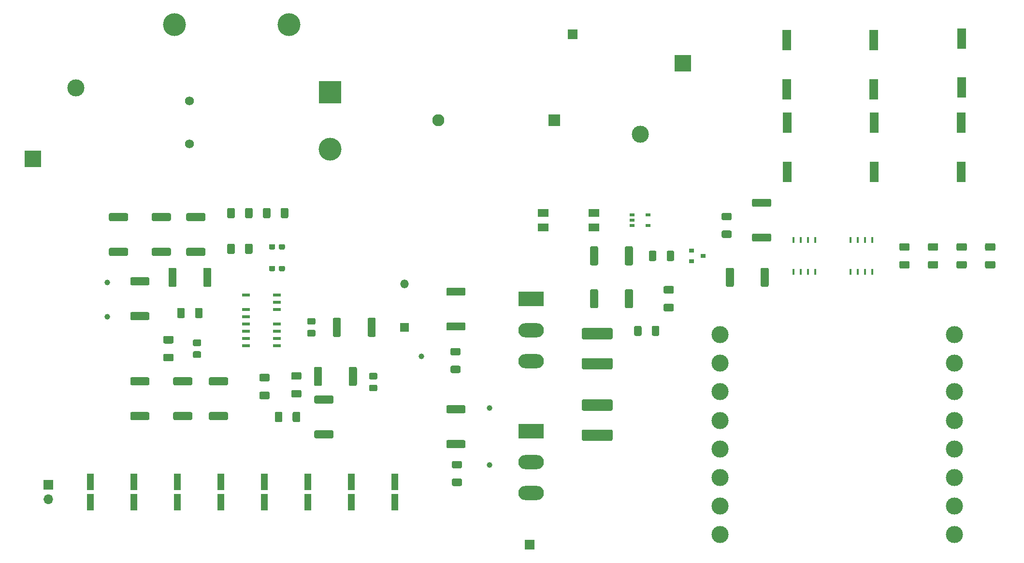
<source format=gbr>
%TF.GenerationSoftware,KiCad,Pcbnew,(5.1.8)-1*%
%TF.CreationDate,2021-03-29T19:48:26-07:00*%
%TF.ProjectId,KiCAD Simulations,4b694341-4420-4536-996d-756c6174696f,rev?*%
%TF.SameCoordinates,Original*%
%TF.FileFunction,Soldermask,Top*%
%TF.FilePolarity,Negative*%
%FSLAX46Y46*%
G04 Gerber Fmt 4.6, Leading zero omitted, Abs format (unit mm)*
G04 Created by KiCad (PCBNEW (5.1.8)-1) date 2021-03-29 19:48:26*
%MOMM*%
%LPD*%
G01*
G04 APERTURE LIST*
%ADD10C,1.000000*%
%ADD11R,1.700000X1.700000*%
%ADD12R,0.458000X1.112799*%
%ADD13C,3.000000*%
%ADD14R,3.000000X3.000000*%
%ADD15R,0.972299X0.508000*%
%ADD16R,1.454899X0.558000*%
%ADD17C,4.000000*%
%ADD18R,1.842999X1.447000*%
%ADD19O,4.500000X2.500000*%
%ADD20R,4.500000X2.500000*%
%ADD21C,2.108200*%
%ADD22R,2.108200X2.108200*%
%ADD23O,1.700000X1.700000*%
%ADD24R,0.900000X0.800000*%
%ADD25O,1.500000X1.500000*%
%ADD26R,1.500000X1.500000*%
%ADD27R,1.212799X2.990799*%
%ADD28C,1.574800*%
%ADD29R,1.492199X3.600399*%
%ADD30R,4.000000X4.000000*%
G04 APERTURE END LIST*
%TO.C,Rlimit1*%
G36*
G01*
X181875000Y-77400000D02*
X183125000Y-77400000D01*
G75*
G02*
X183375000Y-77650000I0J-250000D01*
G01*
X183375000Y-78450000D01*
G75*
G02*
X183125000Y-78700000I-250000J0D01*
G01*
X181875000Y-78700000D01*
G75*
G02*
X181625000Y-78450000I0J250000D01*
G01*
X181625000Y-77650000D01*
G75*
G02*
X181875000Y-77400000I250000J0D01*
G01*
G37*
G36*
G01*
X181875000Y-74300000D02*
X183125000Y-74300000D01*
G75*
G02*
X183375000Y-74550000I0J-250000D01*
G01*
X183375000Y-75350000D01*
G75*
G02*
X183125000Y-75600000I-250000J0D01*
G01*
X181875000Y-75600000D01*
G75*
G02*
X181625000Y-75350000I0J250000D01*
G01*
X181625000Y-74550000D01*
G75*
G02*
X181875000Y-74300000I250000J0D01*
G01*
G37*
%TD*%
%TO.C,Rdrv2*%
G36*
G01*
X134625000Y-120900000D02*
X135875000Y-120900000D01*
G75*
G02*
X136125000Y-121150000I0J-250000D01*
G01*
X136125000Y-121950000D01*
G75*
G02*
X135875000Y-122200000I-250000J0D01*
G01*
X134625000Y-122200000D01*
G75*
G02*
X134375000Y-121950000I0J250000D01*
G01*
X134375000Y-121150000D01*
G75*
G02*
X134625000Y-120900000I250000J0D01*
G01*
G37*
G36*
G01*
X134625000Y-117800000D02*
X135875000Y-117800000D01*
G75*
G02*
X136125000Y-118050000I0J-250000D01*
G01*
X136125000Y-118850000D01*
G75*
G02*
X135875000Y-119100000I-250000J0D01*
G01*
X134625000Y-119100000D01*
G75*
G02*
X134375000Y-118850000I0J250000D01*
G01*
X134375000Y-118050000D01*
G75*
G02*
X134625000Y-117800000I250000J0D01*
G01*
G37*
%TD*%
%TO.C,Rdrv1*%
G36*
G01*
X134375000Y-101100000D02*
X135625000Y-101100000D01*
G75*
G02*
X135875000Y-101350000I0J-250000D01*
G01*
X135875000Y-102150000D01*
G75*
G02*
X135625000Y-102400000I-250000J0D01*
G01*
X134375000Y-102400000D01*
G75*
G02*
X134125000Y-102150000I0J250000D01*
G01*
X134125000Y-101350000D01*
G75*
G02*
X134375000Y-101100000I250000J0D01*
G01*
G37*
G36*
G01*
X134375000Y-98000000D02*
X135625000Y-98000000D01*
G75*
G02*
X135875000Y-98250000I0J-250000D01*
G01*
X135875000Y-99050000D01*
G75*
G02*
X135625000Y-99300000I-250000J0D01*
G01*
X134375000Y-99300000D01*
G75*
G02*
X134125000Y-99050000I0J250000D01*
G01*
X134125000Y-98250000D01*
G75*
G02*
X134375000Y-98000000I250000J0D01*
G01*
G37*
%TD*%
%TO.C,Rcomp2*%
G36*
G01*
X167600000Y-94375000D02*
X167600000Y-95625000D01*
G75*
G02*
X167350000Y-95875000I-250000J0D01*
G01*
X166550000Y-95875000D01*
G75*
G02*
X166300000Y-95625000I0J250000D01*
G01*
X166300000Y-94375000D01*
G75*
G02*
X166550000Y-94125000I250000J0D01*
G01*
X167350000Y-94125000D01*
G75*
G02*
X167600000Y-94375000I0J-250000D01*
G01*
G37*
G36*
G01*
X170700000Y-94375000D02*
X170700000Y-95625000D01*
G75*
G02*
X170450000Y-95875000I-250000J0D01*
G01*
X169650000Y-95875000D01*
G75*
G02*
X169400000Y-95625000I0J250000D01*
G01*
X169400000Y-94375000D01*
G75*
G02*
X169650000Y-94125000I250000J0D01*
G01*
X170450000Y-94125000D01*
G75*
G02*
X170700000Y-94375000I0J-250000D01*
G01*
G37*
%TD*%
D10*
%TO.C,TPlo1*%
X141000000Y-108500000D03*
%TD*%
D11*
%TO.C,TPisoGND1*%
X155500000Y-43000000D03*
%TD*%
D10*
%TO.C,TPisns1*%
X74000000Y-92500000D03*
%TD*%
%TO.C,TPhs1*%
X141000000Y-118500000D03*
%TD*%
%TO.C,TPho1*%
X129000000Y-99500000D03*
%TD*%
D11*
%TO.C,TPgnd6*%
X148000000Y-132500000D03*
%TD*%
D10*
%TO.C,TPblk1*%
X74000000Y-86500000D03*
%TD*%
D12*
%TO.C,Dsec2*%
X204243000Y-84665000D03*
X205513000Y-84665000D03*
X206783000Y-84665000D03*
X208053000Y-84665000D03*
X208053000Y-79031000D03*
X206783000Y-79031000D03*
X205513000Y-79031000D03*
X204243000Y-79031000D03*
%TD*%
%TO.C,Dsec1*%
X194227000Y-79031000D03*
X195497000Y-79031000D03*
X196767000Y-79031000D03*
X198037000Y-79031000D03*
X198037000Y-84665000D03*
X196767000Y-84665000D03*
X195497000Y-84665000D03*
X194227000Y-84665000D03*
%TD*%
D13*
%TO.C,J4*%
X68466000Y-52360000D03*
D14*
X60966000Y-64860000D03*
%TD*%
D13*
%TO.C,TR1*%
X181382000Y-130684000D03*
X181382000Y-125684000D03*
X181382000Y-120684000D03*
X181382000Y-115684000D03*
X181382000Y-110684000D03*
X181382000Y-105684000D03*
X181382000Y-100684000D03*
X181382000Y-95684000D03*
X222392000Y-95684000D03*
X222392000Y-100684000D03*
X222392000Y-105684000D03*
X222392000Y-110684000D03*
X222392000Y-115684000D03*
X222392000Y-120684000D03*
X222392000Y-125684000D03*
X222392000Y-130684000D03*
%TD*%
D15*
%TO.C,VR1*%
X168698451Y-74637999D03*
X168698451Y-76538001D03*
X165973549Y-76538001D03*
X165973549Y-75588000D03*
X165973549Y-74637999D03*
%TD*%
D16*
%TO.C,U1LLC1*%
X103701348Y-88671000D03*
X103701348Y-89941000D03*
X103701348Y-91211000D03*
X103701348Y-93751000D03*
X103701348Y-95021000D03*
X103701348Y-96291000D03*
X103701348Y-97561000D03*
X98258652Y-97561000D03*
X98258652Y-96291000D03*
X98258652Y-95021000D03*
X98258652Y-93751000D03*
X98258652Y-92481000D03*
X98258652Y-91211000D03*
X98258652Y-88671000D03*
%TD*%
D17*
%TO.C,TPpfc1*%
X85796000Y-41296000D03*
%TD*%
%TO.C,TPllc1*%
X105796000Y-41296000D03*
%TD*%
%TO.C,Rvcc2*%
G36*
G01*
X110514999Y-112440000D02*
X113365001Y-112440000D01*
G75*
G02*
X113615000Y-112689999I0J-249999D01*
G01*
X113615000Y-113590001D01*
G75*
G02*
X113365001Y-113840000I-249999J0D01*
G01*
X110514999Y-113840000D01*
G75*
G02*
X110265000Y-113590001I0J249999D01*
G01*
X110265000Y-112689999D01*
G75*
G02*
X110514999Y-112440000I249999J0D01*
G01*
G37*
G36*
G01*
X110514999Y-106340000D02*
X113365001Y-106340000D01*
G75*
G02*
X113615000Y-106589999I0J-249999D01*
G01*
X113615000Y-107490001D01*
G75*
G02*
X113365001Y-107740000I-249999J0D01*
G01*
X110514999Y-107740000D01*
G75*
G02*
X110265000Y-107490001I0J249999D01*
G01*
X110265000Y-106589999D01*
G75*
G02*
X110514999Y-106340000I249999J0D01*
G01*
G37*
%TD*%
%TO.C,Rvcc1*%
G36*
G01*
X111622000Y-101552999D02*
X111622000Y-104403001D01*
G75*
G02*
X111372001Y-104653000I-249999J0D01*
G01*
X110471999Y-104653000D01*
G75*
G02*
X110222000Y-104403001I0J249999D01*
G01*
X110222000Y-101552999D01*
G75*
G02*
X110471999Y-101303000I249999J0D01*
G01*
X111372001Y-101303000D01*
G75*
G02*
X111622000Y-101552999I0J-249999D01*
G01*
G37*
G36*
G01*
X117722000Y-101552999D02*
X117722000Y-104403001D01*
G75*
G02*
X117472001Y-104653000I-249999J0D01*
G01*
X116571999Y-104653000D01*
G75*
G02*
X116322000Y-104403001I0J249999D01*
G01*
X116322000Y-101552999D01*
G75*
G02*
X116571999Y-101303000I249999J0D01*
G01*
X117472001Y-101303000D01*
G75*
G02*
X117722000Y-101552999I0J-249999D01*
G01*
G37*
%TD*%
%TO.C,Rlo1*%
G36*
G01*
X133644999Y-114148000D02*
X136495001Y-114148000D01*
G75*
G02*
X136745000Y-114397999I0J-249999D01*
G01*
X136745000Y-115298001D01*
G75*
G02*
X136495001Y-115548000I-249999J0D01*
G01*
X133644999Y-115548000D01*
G75*
G02*
X133395000Y-115298001I0J249999D01*
G01*
X133395000Y-114397999D01*
G75*
G02*
X133644999Y-114148000I249999J0D01*
G01*
G37*
G36*
G01*
X133644999Y-108048000D02*
X136495001Y-108048000D01*
G75*
G02*
X136745000Y-108297999I0J-249999D01*
G01*
X136745000Y-109198001D01*
G75*
G02*
X136495001Y-109448000I-249999J0D01*
G01*
X133644999Y-109448000D01*
G75*
G02*
X133395000Y-109198001I0J249999D01*
G01*
X133395000Y-108297999D01*
G75*
G02*
X133644999Y-108048000I249999J0D01*
G01*
G37*
%TD*%
%TO.C,Rled1*%
G36*
G01*
X159978000Y-80422999D02*
X159978000Y-83273001D01*
G75*
G02*
X159728001Y-83523000I-249999J0D01*
G01*
X158827999Y-83523000D01*
G75*
G02*
X158578000Y-83273001I0J249999D01*
G01*
X158578000Y-80422999D01*
G75*
G02*
X158827999Y-80173000I249999J0D01*
G01*
X159728001Y-80173000D01*
G75*
G02*
X159978000Y-80422999I0J-249999D01*
G01*
G37*
G36*
G01*
X166078000Y-80422999D02*
X166078000Y-83273001D01*
G75*
G02*
X165828001Y-83523000I-249999J0D01*
G01*
X164927999Y-83523000D01*
G75*
G02*
X164678000Y-83273001I0J249999D01*
G01*
X164678000Y-80422999D01*
G75*
G02*
X164927999Y-80173000I249999J0D01*
G01*
X165828001Y-80173000D01*
G75*
G02*
X166078000Y-80422999I0J-249999D01*
G01*
G37*
%TD*%
%TO.C,Risns1*%
G36*
G01*
X81121001Y-87010000D02*
X78270999Y-87010000D01*
G75*
G02*
X78021000Y-86760001I0J249999D01*
G01*
X78021000Y-85859999D01*
G75*
G02*
X78270999Y-85610000I249999J0D01*
G01*
X81121001Y-85610000D01*
G75*
G02*
X81371000Y-85859999I0J-249999D01*
G01*
X81371000Y-86760001D01*
G75*
G02*
X81121001Y-87010000I-249999J0D01*
G01*
G37*
G36*
G01*
X81121001Y-93110000D02*
X78270999Y-93110000D01*
G75*
G02*
X78021000Y-92860001I0J249999D01*
G01*
X78021000Y-91959999D01*
G75*
G02*
X78270999Y-91710000I249999J0D01*
G01*
X81121001Y-91710000D01*
G75*
G02*
X81371000Y-91959999I0J-249999D01*
G01*
X81371000Y-92860001D01*
G75*
G02*
X81121001Y-93110000I-249999J0D01*
G01*
G37*
%TD*%
%TO.C,Rho1*%
G36*
G01*
X133644999Y-93532000D02*
X136495001Y-93532000D01*
G75*
G02*
X136745000Y-93781999I0J-249999D01*
G01*
X136745000Y-94682001D01*
G75*
G02*
X136495001Y-94932000I-249999J0D01*
G01*
X133644999Y-94932000D01*
G75*
G02*
X133395000Y-94682001I0J249999D01*
G01*
X133395000Y-93781999D01*
G75*
G02*
X133644999Y-93532000I249999J0D01*
G01*
G37*
G36*
G01*
X133644999Y-87432000D02*
X136495001Y-87432000D01*
G75*
G02*
X136745000Y-87681999I0J-249999D01*
G01*
X136745000Y-88582001D01*
G75*
G02*
X136495001Y-88832000I-249999J0D01*
G01*
X133644999Y-88832000D01*
G75*
G02*
X133395000Y-88582001I0J249999D01*
G01*
X133395000Y-87681999D01*
G75*
G02*
X133644999Y-87432000I249999J0D01*
G01*
G37*
%TD*%
%TO.C,Rfbt4*%
G36*
G01*
X187194999Y-77938000D02*
X190045001Y-77938000D01*
G75*
G02*
X190295000Y-78187999I0J-249999D01*
G01*
X190295000Y-79088001D01*
G75*
G02*
X190045001Y-79338000I-249999J0D01*
G01*
X187194999Y-79338000D01*
G75*
G02*
X186945000Y-79088001I0J249999D01*
G01*
X186945000Y-78187999D01*
G75*
G02*
X187194999Y-77938000I249999J0D01*
G01*
G37*
G36*
G01*
X187194999Y-71838000D02*
X190045001Y-71838000D01*
G75*
G02*
X190295000Y-72087999I0J-249999D01*
G01*
X190295000Y-72988001D01*
G75*
G02*
X190045001Y-73238000I-249999J0D01*
G01*
X187194999Y-73238000D01*
G75*
G02*
X186945000Y-72988001I0J249999D01*
G01*
X186945000Y-72087999D01*
G75*
G02*
X187194999Y-71838000I249999J0D01*
G01*
G37*
%TD*%
%TO.C,Rfbb2*%
G36*
G01*
X188466000Y-87029001D02*
X188466000Y-84178999D01*
G75*
G02*
X188715999Y-83929000I249999J0D01*
G01*
X189616001Y-83929000D01*
G75*
G02*
X189866000Y-84178999I0J-249999D01*
G01*
X189866000Y-87029001D01*
G75*
G02*
X189616001Y-87279000I-249999J0D01*
G01*
X188715999Y-87279000D01*
G75*
G02*
X188466000Y-87029001I0J249999D01*
G01*
G37*
G36*
G01*
X182366000Y-87029001D02*
X182366000Y-84178999D01*
G75*
G02*
X182615999Y-83929000I249999J0D01*
G01*
X183516001Y-83929000D01*
G75*
G02*
X183766000Y-84178999I0J-249999D01*
G01*
X183766000Y-87029001D01*
G75*
G02*
X183516001Y-87279000I-249999J0D01*
G01*
X182615999Y-87279000D01*
G75*
G02*
X182366000Y-87029001I0J249999D01*
G01*
G37*
%TD*%
%TO.C,Rbw1B1*%
G36*
G01*
X88633001Y-104538000D02*
X85782999Y-104538000D01*
G75*
G02*
X85533000Y-104288001I0J249999D01*
G01*
X85533000Y-103387999D01*
G75*
G02*
X85782999Y-103138000I249999J0D01*
G01*
X88633001Y-103138000D01*
G75*
G02*
X88883000Y-103387999I0J-249999D01*
G01*
X88883000Y-104288001D01*
G75*
G02*
X88633001Y-104538000I-249999J0D01*
G01*
G37*
G36*
G01*
X88633001Y-110638000D02*
X85782999Y-110638000D01*
G75*
G02*
X85533000Y-110388001I0J249999D01*
G01*
X85533000Y-109487999D01*
G75*
G02*
X85782999Y-109238000I249999J0D01*
G01*
X88633001Y-109238000D01*
G75*
G02*
X88883000Y-109487999I0J-249999D01*
G01*
X88883000Y-110388001D01*
G75*
G02*
X88633001Y-110638000I-249999J0D01*
G01*
G37*
%TD*%
%TO.C,Rbw1A1*%
G36*
G01*
X94893001Y-104538000D02*
X92042999Y-104538000D01*
G75*
G02*
X91793000Y-104288001I0J249999D01*
G01*
X91793000Y-103387999D01*
G75*
G02*
X92042999Y-103138000I249999J0D01*
G01*
X94893001Y-103138000D01*
G75*
G02*
X95143000Y-103387999I0J-249999D01*
G01*
X95143000Y-104288001D01*
G75*
G02*
X94893001Y-104538000I-249999J0D01*
G01*
G37*
G36*
G01*
X94893001Y-110638000D02*
X92042999Y-110638000D01*
G75*
G02*
X91793000Y-110388001I0J249999D01*
G01*
X91793000Y-109487999D01*
G75*
G02*
X92042999Y-109238000I249999J0D01*
G01*
X94893001Y-109238000D01*
G75*
G02*
X95143000Y-109487999I0J-249999D01*
G01*
X95143000Y-110388001D01*
G75*
G02*
X94893001Y-110638000I-249999J0D01*
G01*
G37*
%TD*%
%TO.C,Rbw2*%
G36*
G01*
X78270999Y-109238000D02*
X81121001Y-109238000D01*
G75*
G02*
X81371000Y-109487999I0J-249999D01*
G01*
X81371000Y-110388001D01*
G75*
G02*
X81121001Y-110638000I-249999J0D01*
G01*
X78270999Y-110638000D01*
G75*
G02*
X78021000Y-110388001I0J249999D01*
G01*
X78021000Y-109487999D01*
G75*
G02*
X78270999Y-109238000I249999J0D01*
G01*
G37*
G36*
G01*
X78270999Y-103138000D02*
X81121001Y-103138000D01*
G75*
G02*
X81371000Y-103387999I0J-249999D01*
G01*
X81371000Y-104288001D01*
G75*
G02*
X81121001Y-104538000I-249999J0D01*
G01*
X78270999Y-104538000D01*
G75*
G02*
X78021000Y-104288001I0J249999D01*
G01*
X78021000Y-103387999D01*
G75*
G02*
X78270999Y-103138000I249999J0D01*
G01*
G37*
%TD*%
%TO.C,Rboot1*%
G36*
G01*
X114906000Y-92942999D02*
X114906000Y-95793001D01*
G75*
G02*
X114656001Y-96043000I-249999J0D01*
G01*
X113755999Y-96043000D01*
G75*
G02*
X113506000Y-95793001I0J249999D01*
G01*
X113506000Y-92942999D01*
G75*
G02*
X113755999Y-92693000I249999J0D01*
G01*
X114656001Y-92693000D01*
G75*
G02*
X114906000Y-92942999I0J-249999D01*
G01*
G37*
G36*
G01*
X121006000Y-92942999D02*
X121006000Y-95793001D01*
G75*
G02*
X120756001Y-96043000I-249999J0D01*
G01*
X119855999Y-96043000D01*
G75*
G02*
X119606000Y-95793001I0J249999D01*
G01*
X119606000Y-92942999D01*
G75*
G02*
X119855999Y-92693000I249999J0D01*
G01*
X120756001Y-92693000D01*
G75*
G02*
X121006000Y-92942999I0J-249999D01*
G01*
G37*
%TD*%
%TO.C,Rbias1*%
G36*
G01*
X164678000Y-90785001D02*
X164678000Y-87934999D01*
G75*
G02*
X164927999Y-87685000I249999J0D01*
G01*
X165828001Y-87685000D01*
G75*
G02*
X166078000Y-87934999I0J-249999D01*
G01*
X166078000Y-90785001D01*
G75*
G02*
X165828001Y-91035000I-249999J0D01*
G01*
X164927999Y-91035000D01*
G75*
G02*
X164678000Y-90785001I0J249999D01*
G01*
G37*
G36*
G01*
X158578000Y-90785001D02*
X158578000Y-87934999D01*
G75*
G02*
X158827999Y-87685000I249999J0D01*
G01*
X159728001Y-87685000D01*
G75*
G02*
X159978000Y-87934999I0J-249999D01*
G01*
X159978000Y-90785001D01*
G75*
G02*
X159728001Y-91035000I-249999J0D01*
G01*
X158827999Y-91035000D01*
G75*
G02*
X158578000Y-90785001I0J249999D01*
G01*
G37*
%TD*%
%TO.C,R28*%
G36*
G01*
X84877001Y-75742000D02*
X82026999Y-75742000D01*
G75*
G02*
X81777000Y-75492001I0J249999D01*
G01*
X81777000Y-74591999D01*
G75*
G02*
X82026999Y-74342000I249999J0D01*
G01*
X84877001Y-74342000D01*
G75*
G02*
X85127000Y-74591999I0J-249999D01*
G01*
X85127000Y-75492001D01*
G75*
G02*
X84877001Y-75742000I-249999J0D01*
G01*
G37*
G36*
G01*
X84877001Y-81842000D02*
X82026999Y-81842000D01*
G75*
G02*
X81777000Y-81592001I0J249999D01*
G01*
X81777000Y-80691999D01*
G75*
G02*
X82026999Y-80442000I249999J0D01*
G01*
X84877001Y-80442000D01*
G75*
G02*
X85127000Y-80691999I0J-249999D01*
G01*
X85127000Y-81592001D01*
G75*
G02*
X84877001Y-81842000I-249999J0D01*
G01*
G37*
%TD*%
%TO.C,R27*%
G36*
G01*
X88074999Y-80442000D02*
X90925001Y-80442000D01*
G75*
G02*
X91175000Y-80691999I0J-249999D01*
G01*
X91175000Y-81592001D01*
G75*
G02*
X90925001Y-81842000I-249999J0D01*
G01*
X88074999Y-81842000D01*
G75*
G02*
X87825000Y-81592001I0J249999D01*
G01*
X87825000Y-80691999D01*
G75*
G02*
X88074999Y-80442000I249999J0D01*
G01*
G37*
G36*
G01*
X88074999Y-74342000D02*
X90925001Y-74342000D01*
G75*
G02*
X91175000Y-74591999I0J-249999D01*
G01*
X91175000Y-75492001D01*
G75*
G02*
X90925001Y-75742000I-249999J0D01*
G01*
X88074999Y-75742000D01*
G75*
G02*
X87825000Y-75492001I0J249999D01*
G01*
X87825000Y-74591999D01*
G75*
G02*
X88074999Y-74342000I249999J0D01*
G01*
G37*
%TD*%
%TO.C,R20*%
G36*
G01*
X74514999Y-80442000D02*
X77365001Y-80442000D01*
G75*
G02*
X77615000Y-80691999I0J-249999D01*
G01*
X77615000Y-81592001D01*
G75*
G02*
X77365001Y-81842000I-249999J0D01*
G01*
X74514999Y-81842000D01*
G75*
G02*
X74265000Y-81592001I0J249999D01*
G01*
X74265000Y-80691999D01*
G75*
G02*
X74514999Y-80442000I249999J0D01*
G01*
G37*
G36*
G01*
X74514999Y-74342000D02*
X77365001Y-74342000D01*
G75*
G02*
X77615000Y-74591999I0J-249999D01*
G01*
X77615000Y-75492001D01*
G75*
G02*
X77365001Y-75742000I-249999J0D01*
G01*
X74514999Y-75742000D01*
G75*
G02*
X74265000Y-75492001I0J249999D01*
G01*
X74265000Y-74591999D01*
G75*
G02*
X74514999Y-74342000I249999J0D01*
G01*
G37*
%TD*%
%TO.C,R19*%
G36*
G01*
X86110000Y-84178999D02*
X86110000Y-87029001D01*
G75*
G02*
X85860001Y-87279000I-249999J0D01*
G01*
X84959999Y-87279000D01*
G75*
G02*
X84710000Y-87029001I0J249999D01*
G01*
X84710000Y-84178999D01*
G75*
G02*
X84959999Y-83929000I249999J0D01*
G01*
X85860001Y-83929000D01*
G75*
G02*
X86110000Y-84178999I0J-249999D01*
G01*
G37*
G36*
G01*
X92210000Y-84178999D02*
X92210000Y-87029001D01*
G75*
G02*
X91960001Y-87279000I-249999J0D01*
G01*
X91059999Y-87279000D01*
G75*
G02*
X90810000Y-87029001I0J249999D01*
G01*
X90810000Y-84178999D01*
G75*
G02*
X91059999Y-83929000I249999J0D01*
G01*
X91960001Y-83929000D01*
G75*
G02*
X92210000Y-84178999I0J-249999D01*
G01*
G37*
%TD*%
D18*
%TO.C,O1*%
X150383700Y-76858000D03*
X150383700Y-74318000D03*
X159248300Y-74318000D03*
X159248300Y-76858000D03*
%TD*%
D19*
%TO.C,M2*%
X148220000Y-123464000D03*
X148220000Y-118014000D03*
D20*
X148220000Y-112564000D03*
%TD*%
D19*
%TO.C,M1*%
X148220000Y-100328000D03*
X148220000Y-94878000D03*
D20*
X148220000Y-89428000D03*
%TD*%
D21*
%TO.C,Lr1*%
X131992000Y-58060000D03*
D22*
X152312000Y-58060000D03*
%TD*%
D13*
%TO.C,J6*%
X167348000Y-60544000D03*
D14*
X174848000Y-48044000D03*
%TD*%
D23*
%TO.C,J5*%
X63692000Y-124522000D03*
D11*
X63692000Y-121982000D03*
%TD*%
D24*
%TO.C,Dz1*%
X178352000Y-81848000D03*
X176352000Y-82798000D03*
X176352000Y-80898000D03*
%TD*%
D25*
%TO.C,Dboot1*%
X126020000Y-86748000D03*
D26*
X126020000Y-94368000D03*
%TD*%
%TO.C,Cz1*%
G36*
G01*
X171992000Y-82498002D02*
X171992000Y-81197998D01*
G75*
G02*
X172241998Y-80948000I249998J0D01*
G01*
X173067002Y-80948000D01*
G75*
G02*
X173317000Y-81197998I0J-249998D01*
G01*
X173317000Y-82498002D01*
G75*
G02*
X173067002Y-82748000I-249998J0D01*
G01*
X172241998Y-82748000D01*
G75*
G02*
X171992000Y-82498002I0J249998D01*
G01*
G37*
G36*
G01*
X168867000Y-82498002D02*
X168867000Y-81197998D01*
G75*
G02*
X169116998Y-80948000I249998J0D01*
G01*
X169942002Y-80948000D01*
G75*
G02*
X170192000Y-81197998I0J-249998D01*
G01*
X170192000Y-82498002D01*
G75*
G02*
X169942002Y-82748000I-249998J0D01*
G01*
X169116998Y-82748000D01*
G75*
G02*
X168867000Y-82498002I0J249998D01*
G01*
G37*
%TD*%
%TO.C,Cvrcc1*%
G36*
G01*
X109269000Y-94818000D02*
X110219000Y-94818000D01*
G75*
G02*
X110469000Y-95068000I0J-250000D01*
G01*
X110469000Y-95743000D01*
G75*
G02*
X110219000Y-95993000I-250000J0D01*
G01*
X109269000Y-95993000D01*
G75*
G02*
X109019000Y-95743000I0J250000D01*
G01*
X109019000Y-95068000D01*
G75*
G02*
X109269000Y-94818000I250000J0D01*
G01*
G37*
G36*
G01*
X109269000Y-92743000D02*
X110219000Y-92743000D01*
G75*
G02*
X110469000Y-92993000I0J-250000D01*
G01*
X110469000Y-93668000D01*
G75*
G02*
X110219000Y-93918000I-250000J0D01*
G01*
X109269000Y-93918000D01*
G75*
G02*
X109019000Y-93668000I0J250000D01*
G01*
X109019000Y-92993000D01*
G75*
G02*
X109269000Y-92743000I250000J0D01*
G01*
G37*
%TD*%
%TO.C,Cvcr2*%
G36*
G01*
X85354002Y-97224000D02*
X84053998Y-97224000D01*
G75*
G02*
X83804000Y-96974002I0J249998D01*
G01*
X83804000Y-96148998D01*
G75*
G02*
X84053998Y-95899000I249998J0D01*
G01*
X85354002Y-95899000D01*
G75*
G02*
X85604000Y-96148998I0J-249998D01*
G01*
X85604000Y-96974002D01*
G75*
G02*
X85354002Y-97224000I-249998J0D01*
G01*
G37*
G36*
G01*
X85354002Y-100349000D02*
X84053998Y-100349000D01*
G75*
G02*
X83804000Y-100099002I0J249998D01*
G01*
X83804000Y-99273998D01*
G75*
G02*
X84053998Y-99024000I249998J0D01*
G01*
X85354002Y-99024000D01*
G75*
G02*
X85604000Y-99273998I0J-249998D01*
G01*
X85604000Y-100099002D01*
G75*
G02*
X85354002Y-100349000I-249998J0D01*
G01*
G37*
%TD*%
%TO.C,Cvcr1*%
G36*
G01*
X96326000Y-73685998D02*
X96326000Y-74986002D01*
G75*
G02*
X96076002Y-75236000I-249998J0D01*
G01*
X95250998Y-75236000D01*
G75*
G02*
X95001000Y-74986002I0J249998D01*
G01*
X95001000Y-73685998D01*
G75*
G02*
X95250998Y-73436000I249998J0D01*
G01*
X96076002Y-73436000D01*
G75*
G02*
X96326000Y-73685998I0J-249998D01*
G01*
G37*
G36*
G01*
X99451000Y-73685998D02*
X99451000Y-74986002D01*
G75*
G02*
X99201002Y-75236000I-249998J0D01*
G01*
X98375998Y-75236000D01*
G75*
G02*
X98126000Y-74986002I0J249998D01*
G01*
X98126000Y-73685998D01*
G75*
G02*
X98375998Y-73436000I249998J0D01*
G01*
X99201002Y-73436000D01*
G75*
G02*
X99451000Y-73685998I0J-249998D01*
G01*
G37*
%TD*%
D27*
%TO.C,Cvcc2H1*%
X124398000Y-121491501D03*
X124398000Y-125012499D03*
%TD*%
%TO.C,Cvcc2G1*%
X116778000Y-121491501D03*
X116778000Y-125012499D03*
%TD*%
%TO.C,Cvcc2F1*%
X109158000Y-121491501D03*
X109158000Y-125012499D03*
%TD*%
%TO.C,Cvcc2E1*%
X101538000Y-121491501D03*
X101538000Y-125012499D03*
%TD*%
%TO.C,Cvcc2D1*%
X93918000Y-121491501D03*
X93918000Y-125012499D03*
%TD*%
%TO.C,Cvcc2C1*%
X86298000Y-121491501D03*
X86298000Y-125012499D03*
%TD*%
%TO.C,Cvcc2B1*%
X78678000Y-121491501D03*
X78678000Y-125012499D03*
%TD*%
%TO.C,Cvcc2A1*%
X71058000Y-121491501D03*
X71058000Y-125012499D03*
%TD*%
%TO.C,Cvcc2*%
G36*
G01*
X98124000Y-81246002D02*
X98124000Y-79945998D01*
G75*
G02*
X98373998Y-79696000I249998J0D01*
G01*
X99199002Y-79696000D01*
G75*
G02*
X99449000Y-79945998I0J-249998D01*
G01*
X99449000Y-81246002D01*
G75*
G02*
X99199002Y-81496000I-249998J0D01*
G01*
X98373998Y-81496000D01*
G75*
G02*
X98124000Y-81246002I0J249998D01*
G01*
G37*
G36*
G01*
X94999000Y-81246002D02*
X94999000Y-79945998D01*
G75*
G02*
X95248998Y-79696000I249998J0D01*
G01*
X96074002Y-79696000D01*
G75*
G02*
X96324000Y-79945998I0J-249998D01*
G01*
X96324000Y-81246002D01*
G75*
G02*
X96074002Y-81496000I-249998J0D01*
G01*
X95248998Y-81496000D01*
G75*
G02*
X94999000Y-81246002I0J249998D01*
G01*
G37*
%TD*%
%TO.C,Css1*%
G36*
G01*
X106463998Y-105363500D02*
X107764002Y-105363500D01*
G75*
G02*
X108014000Y-105613498I0J-249998D01*
G01*
X108014000Y-106438502D01*
G75*
G02*
X107764002Y-106688500I-249998J0D01*
G01*
X106463998Y-106688500D01*
G75*
G02*
X106214000Y-106438502I0J249998D01*
G01*
X106214000Y-105613498D01*
G75*
G02*
X106463998Y-105363500I249998J0D01*
G01*
G37*
G36*
G01*
X106463998Y-102238500D02*
X107764002Y-102238500D01*
G75*
G02*
X108014000Y-102488498I0J-249998D01*
G01*
X108014000Y-103313502D01*
G75*
G02*
X107764002Y-103563500I-249998J0D01*
G01*
X106463998Y-103563500D01*
G75*
G02*
X106214000Y-103313502I0J249998D01*
G01*
X106214000Y-102488498D01*
G75*
G02*
X106463998Y-102238500I249998J0D01*
G01*
G37*
%TD*%
%TO.C,Crvcc2*%
G36*
G01*
X120101000Y-104422500D02*
X121051000Y-104422500D01*
G75*
G02*
X121301000Y-104672500I0J-250000D01*
G01*
X121301000Y-105347500D01*
G75*
G02*
X121051000Y-105597500I-250000J0D01*
G01*
X120101000Y-105597500D01*
G75*
G02*
X119851000Y-105347500I0J250000D01*
G01*
X119851000Y-104672500D01*
G75*
G02*
X120101000Y-104422500I250000J0D01*
G01*
G37*
G36*
G01*
X120101000Y-102347500D02*
X121051000Y-102347500D01*
G75*
G02*
X121301000Y-102597500I0J-250000D01*
G01*
X121301000Y-103272500D01*
G75*
G02*
X121051000Y-103522500I-250000J0D01*
G01*
X120101000Y-103522500D01*
G75*
G02*
X119851000Y-103272500I0J250000D01*
G01*
X119851000Y-102597500D01*
G75*
G02*
X120101000Y-102347500I250000J0D01*
G01*
G37*
%TD*%
%TO.C,Cr2*%
G36*
G01*
X157373998Y-112294000D02*
X162274002Y-112294000D01*
G75*
G02*
X162524000Y-112543998I0J-249998D01*
G01*
X162524000Y-114019002D01*
G75*
G02*
X162274002Y-114269000I-249998J0D01*
G01*
X157373998Y-114269000D01*
G75*
G02*
X157124000Y-114019002I0J249998D01*
G01*
X157124000Y-112543998D01*
G75*
G02*
X157373998Y-112294000I249998J0D01*
G01*
G37*
G36*
G01*
X157373998Y-107019000D02*
X162274002Y-107019000D01*
G75*
G02*
X162524000Y-107268998I0J-249998D01*
G01*
X162524000Y-108744002D01*
G75*
G02*
X162274002Y-108994000I-249998J0D01*
G01*
X157373998Y-108994000D01*
G75*
G02*
X157124000Y-108744002I0J249998D01*
G01*
X157124000Y-107268998D01*
G75*
G02*
X157373998Y-107019000I249998J0D01*
G01*
G37*
%TD*%
%TO.C,Cr1*%
G36*
G01*
X157373998Y-99774000D02*
X162274002Y-99774000D01*
G75*
G02*
X162524000Y-100023998I0J-249998D01*
G01*
X162524000Y-101499002D01*
G75*
G02*
X162274002Y-101749000I-249998J0D01*
G01*
X157373998Y-101749000D01*
G75*
G02*
X157124000Y-101499002I0J249998D01*
G01*
X157124000Y-100023998D01*
G75*
G02*
X157373998Y-99774000I249998J0D01*
G01*
G37*
G36*
G01*
X157373998Y-94499000D02*
X162274002Y-94499000D01*
G75*
G02*
X162524000Y-94748998I0J-249998D01*
G01*
X162524000Y-96224002D01*
G75*
G02*
X162274002Y-96474000I-249998J0D01*
G01*
X157373998Y-96474000D01*
G75*
G02*
X157124000Y-96224002I0J249998D01*
G01*
X157124000Y-94748998D01*
G75*
G02*
X157373998Y-94499000I249998J0D01*
G01*
G37*
%TD*%
D28*
%TO.C,Cpfc1*%
X88398000Y-62200000D03*
X88398000Y-54700000D03*
%TD*%
%TO.C,CoutxD1*%
G36*
G01*
X229334002Y-80948000D02*
X228033998Y-80948000D01*
G75*
G02*
X227784000Y-80698002I0J249998D01*
G01*
X227784000Y-79872998D01*
G75*
G02*
X228033998Y-79623000I249998J0D01*
G01*
X229334002Y-79623000D01*
G75*
G02*
X229584000Y-79872998I0J-249998D01*
G01*
X229584000Y-80698002D01*
G75*
G02*
X229334002Y-80948000I-249998J0D01*
G01*
G37*
G36*
G01*
X229334002Y-84073000D02*
X228033998Y-84073000D01*
G75*
G02*
X227784000Y-83823002I0J249998D01*
G01*
X227784000Y-82997998D01*
G75*
G02*
X228033998Y-82748000I249998J0D01*
G01*
X229334002Y-82748000D01*
G75*
G02*
X229584000Y-82997998I0J-249998D01*
G01*
X229584000Y-83823002D01*
G75*
G02*
X229334002Y-84073000I-249998J0D01*
G01*
G37*
%TD*%
%TO.C,CoutxC1*%
G36*
G01*
X224326002Y-80948000D02*
X223025998Y-80948000D01*
G75*
G02*
X222776000Y-80698002I0J249998D01*
G01*
X222776000Y-79872998D01*
G75*
G02*
X223025998Y-79623000I249998J0D01*
G01*
X224326002Y-79623000D01*
G75*
G02*
X224576000Y-79872998I0J-249998D01*
G01*
X224576000Y-80698002D01*
G75*
G02*
X224326002Y-80948000I-249998J0D01*
G01*
G37*
G36*
G01*
X224326002Y-84073000D02*
X223025998Y-84073000D01*
G75*
G02*
X222776000Y-83823002I0J249998D01*
G01*
X222776000Y-82997998D01*
G75*
G02*
X223025998Y-82748000I249998J0D01*
G01*
X224326002Y-82748000D01*
G75*
G02*
X224576000Y-82997998I0J-249998D01*
G01*
X224576000Y-83823002D01*
G75*
G02*
X224326002Y-84073000I-249998J0D01*
G01*
G37*
%TD*%
%TO.C,CoutxB1*%
G36*
G01*
X219318002Y-80948000D02*
X218017998Y-80948000D01*
G75*
G02*
X217768000Y-80698002I0J249998D01*
G01*
X217768000Y-79872998D01*
G75*
G02*
X218017998Y-79623000I249998J0D01*
G01*
X219318002Y-79623000D01*
G75*
G02*
X219568000Y-79872998I0J-249998D01*
G01*
X219568000Y-80698002D01*
G75*
G02*
X219318002Y-80948000I-249998J0D01*
G01*
G37*
G36*
G01*
X219318002Y-84073000D02*
X218017998Y-84073000D01*
G75*
G02*
X217768000Y-83823002I0J249998D01*
G01*
X217768000Y-82997998D01*
G75*
G02*
X218017998Y-82748000I249998J0D01*
G01*
X219318002Y-82748000D01*
G75*
G02*
X219568000Y-82997998I0J-249998D01*
G01*
X219568000Y-83823002D01*
G75*
G02*
X219318002Y-84073000I-249998J0D01*
G01*
G37*
%TD*%
%TO.C,CoutxA1*%
G36*
G01*
X214310002Y-80948000D02*
X213009998Y-80948000D01*
G75*
G02*
X212760000Y-80698002I0J249998D01*
G01*
X212760000Y-79872998D01*
G75*
G02*
X213009998Y-79623000I249998J0D01*
G01*
X214310002Y-79623000D01*
G75*
G02*
X214560000Y-79872998I0J-249998D01*
G01*
X214560000Y-80698002D01*
G75*
G02*
X214310002Y-80948000I-249998J0D01*
G01*
G37*
G36*
G01*
X214310002Y-84073000D02*
X213009998Y-84073000D01*
G75*
G02*
X212760000Y-83823002I0J249998D01*
G01*
X212760000Y-82997998D01*
G75*
G02*
X213009998Y-82748000I249998J0D01*
G01*
X214310002Y-82748000D01*
G75*
G02*
X214560000Y-82997998I0J-249998D01*
G01*
X214560000Y-83823002D01*
G75*
G02*
X214310002Y-84073000I-249998J0D01*
G01*
G37*
%TD*%
D29*
%TO.C,CoutF1*%
X223628000Y-58501500D03*
X223628000Y-67102500D03*
%TD*%
%TO.C,CoutE1*%
X208388000Y-58501500D03*
X208388000Y-67102500D03*
%TD*%
%TO.C,CoutD1*%
X193148000Y-58501500D03*
X193148000Y-67102500D03*
%TD*%
%TO.C,CoutC1*%
X193072000Y-52610500D03*
X193072000Y-44009500D03*
%TD*%
%TO.C,CoutB1*%
X208312000Y-52610500D03*
X208312000Y-44009500D03*
%TD*%
%TO.C,CoutA1*%
X223676000Y-52344500D03*
X223676000Y-43743500D03*
%TD*%
%TO.C,Cisns2*%
G36*
G01*
X104384000Y-74986002D02*
X104384000Y-73685998D01*
G75*
G02*
X104633998Y-73436000I249998J0D01*
G01*
X105459002Y-73436000D01*
G75*
G02*
X105709000Y-73685998I0J-249998D01*
G01*
X105709000Y-74986002D01*
G75*
G02*
X105459002Y-75236000I-249998J0D01*
G01*
X104633998Y-75236000D01*
G75*
G02*
X104384000Y-74986002I0J249998D01*
G01*
G37*
G36*
G01*
X101259000Y-74986002D02*
X101259000Y-73685998D01*
G75*
G02*
X101508998Y-73436000I249998J0D01*
G01*
X102334002Y-73436000D01*
G75*
G02*
X102584000Y-73685998I0J-249998D01*
G01*
X102584000Y-74986002D01*
G75*
G02*
X102334002Y-75236000I-249998J0D01*
G01*
X101508998Y-75236000D01*
G75*
G02*
X101259000Y-74986002I0J249998D01*
G01*
G37*
%TD*%
%TO.C,Cisns1*%
G36*
G01*
X90187000Y-97674000D02*
X89237000Y-97674000D01*
G75*
G02*
X88987000Y-97424000I0J250000D01*
G01*
X88987000Y-96749000D01*
G75*
G02*
X89237000Y-96499000I250000J0D01*
G01*
X90187000Y-96499000D01*
G75*
G02*
X90437000Y-96749000I0J-250000D01*
G01*
X90437000Y-97424000D01*
G75*
G02*
X90187000Y-97674000I-250000J0D01*
G01*
G37*
G36*
G01*
X90187000Y-99749000D02*
X89237000Y-99749000D01*
G75*
G02*
X88987000Y-99499000I0J250000D01*
G01*
X88987000Y-98824000D01*
G75*
G02*
X89237000Y-98574000I250000J0D01*
G01*
X90187000Y-98574000D01*
G75*
G02*
X90437000Y-98824000I0J-250000D01*
G01*
X90437000Y-99499000D01*
G75*
G02*
X90187000Y-99749000I-250000J0D01*
G01*
G37*
%TD*%
D17*
%TO.C,Cin2*%
X113036000Y-63176000D03*
D30*
X113036000Y-53176000D03*
%TD*%
%TO.C,Ccomp3*%
G36*
G01*
X171693998Y-90260000D02*
X172994002Y-90260000D01*
G75*
G02*
X173244000Y-90509998I0J-249998D01*
G01*
X173244000Y-91335002D01*
G75*
G02*
X172994002Y-91585000I-249998J0D01*
G01*
X171693998Y-91585000D01*
G75*
G02*
X171444000Y-91335002I0J249998D01*
G01*
X171444000Y-90509998D01*
G75*
G02*
X171693998Y-90260000I249998J0D01*
G01*
G37*
G36*
G01*
X171693998Y-87135000D02*
X172994002Y-87135000D01*
G75*
G02*
X173244000Y-87384998I0J-249998D01*
G01*
X173244000Y-88210002D01*
G75*
G02*
X172994002Y-88460000I-249998J0D01*
G01*
X171693998Y-88460000D01*
G75*
G02*
X171444000Y-88210002I0J249998D01*
G01*
X171444000Y-87384998D01*
G75*
G02*
X171693998Y-87135000I249998J0D01*
G01*
G37*
%TD*%
%TO.C,CbwB1*%
G36*
G01*
X106451500Y-110740002D02*
X106451500Y-109439998D01*
G75*
G02*
X106701498Y-109190000I249998J0D01*
G01*
X107526502Y-109190000D01*
G75*
G02*
X107776500Y-109439998I0J-249998D01*
G01*
X107776500Y-110740002D01*
G75*
G02*
X107526502Y-110990000I-249998J0D01*
G01*
X106701498Y-110990000D01*
G75*
G02*
X106451500Y-110740002I0J249998D01*
G01*
G37*
G36*
G01*
X103326500Y-110740002D02*
X103326500Y-109439998D01*
G75*
G02*
X103576498Y-109190000I249998J0D01*
G01*
X104401502Y-109190000D01*
G75*
G02*
X104651500Y-109439998I0J-249998D01*
G01*
X104651500Y-110740002D01*
G75*
G02*
X104401502Y-110990000I-249998J0D01*
G01*
X103576498Y-110990000D01*
G75*
G02*
X103326500Y-110740002I0J249998D01*
G01*
G37*
%TD*%
%TO.C,CbwA1*%
G36*
G01*
X100875998Y-105656000D02*
X102176002Y-105656000D01*
G75*
G02*
X102426000Y-105905998I0J-249998D01*
G01*
X102426000Y-106731002D01*
G75*
G02*
X102176002Y-106981000I-249998J0D01*
G01*
X100875998Y-106981000D01*
G75*
G02*
X100626000Y-106731002I0J249998D01*
G01*
X100626000Y-105905998D01*
G75*
G02*
X100875998Y-105656000I249998J0D01*
G01*
G37*
G36*
G01*
X100875998Y-102531000D02*
X102176002Y-102531000D01*
G75*
G02*
X102426000Y-102780998I0J-249998D01*
G01*
X102426000Y-103606002D01*
G75*
G02*
X102176002Y-103856000I-249998J0D01*
G01*
X100875998Y-103856000D01*
G75*
G02*
X100626000Y-103606002I0J249998D01*
G01*
X100626000Y-102780998D01*
G75*
G02*
X100875998Y-102531000I249998J0D01*
G01*
G37*
%TD*%
%TO.C,CbootB1*%
G36*
G01*
X103396000Y-80025500D02*
X103396000Y-80500500D01*
G75*
G02*
X103158500Y-80738000I-237500J0D01*
G01*
X102558500Y-80738000D01*
G75*
G02*
X102321000Y-80500500I0J237500D01*
G01*
X102321000Y-80025500D01*
G75*
G02*
X102558500Y-79788000I237500J0D01*
G01*
X103158500Y-79788000D01*
G75*
G02*
X103396000Y-80025500I0J-237500D01*
G01*
G37*
G36*
G01*
X105121000Y-80025500D02*
X105121000Y-80500500D01*
G75*
G02*
X104883500Y-80738000I-237500J0D01*
G01*
X104283500Y-80738000D01*
G75*
G02*
X104046000Y-80500500I0J237500D01*
G01*
X104046000Y-80025500D01*
G75*
G02*
X104283500Y-79788000I237500J0D01*
G01*
X104883500Y-79788000D01*
G75*
G02*
X105121000Y-80025500I0J-237500D01*
G01*
G37*
%TD*%
%TO.C,CbootA1*%
G36*
G01*
X103396000Y-83835500D02*
X103396000Y-84310500D01*
G75*
G02*
X103158500Y-84548000I-237500J0D01*
G01*
X102558500Y-84548000D01*
G75*
G02*
X102321000Y-84310500I0J237500D01*
G01*
X102321000Y-83835500D01*
G75*
G02*
X102558500Y-83598000I237500J0D01*
G01*
X103158500Y-83598000D01*
G75*
G02*
X103396000Y-83835500I0J-237500D01*
G01*
G37*
G36*
G01*
X105121000Y-83835500D02*
X105121000Y-84310500D01*
G75*
G02*
X104883500Y-84548000I-237500J0D01*
G01*
X104283500Y-84548000D01*
G75*
G02*
X104046000Y-84310500I0J237500D01*
G01*
X104046000Y-83835500D01*
G75*
G02*
X104283500Y-83598000I237500J0D01*
G01*
X104883500Y-83598000D01*
G75*
G02*
X105121000Y-83835500I0J-237500D01*
G01*
G37*
%TD*%
%TO.C,C16*%
G36*
G01*
X87560000Y-91213998D02*
X87560000Y-92514002D01*
G75*
G02*
X87310002Y-92764000I-249998J0D01*
G01*
X86484998Y-92764000D01*
G75*
G02*
X86235000Y-92514002I0J249998D01*
G01*
X86235000Y-91213998D01*
G75*
G02*
X86484998Y-90964000I249998J0D01*
G01*
X87310002Y-90964000D01*
G75*
G02*
X87560000Y-91213998I0J-249998D01*
G01*
G37*
G36*
G01*
X90685000Y-91213998D02*
X90685000Y-92514002D01*
G75*
G02*
X90435002Y-92764000I-249998J0D01*
G01*
X89609998Y-92764000D01*
G75*
G02*
X89360000Y-92514002I0J249998D01*
G01*
X89360000Y-91213998D01*
G75*
G02*
X89609998Y-90964000I249998J0D01*
G01*
X90435002Y-90964000D01*
G75*
G02*
X90685000Y-91213998I0J-249998D01*
G01*
G37*
%TD*%
M02*

</source>
